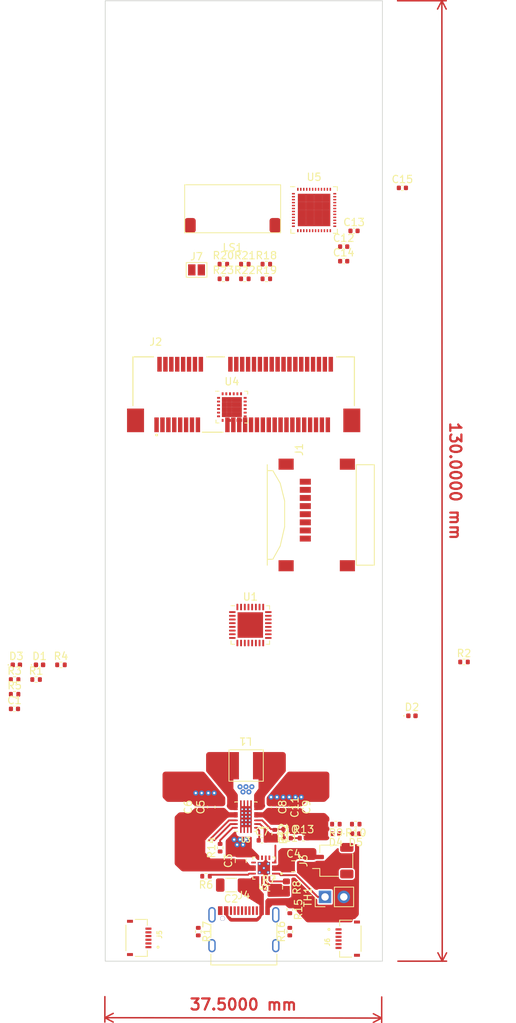
<source format=kicad_pcb>
(kicad_pcb (version 20211014) (generator pcbnew)
  (layers (0 "F.Cu" signal) (1 "In1.Cu" power) (2 "In2.Cu" power) (31 "B.Cu" signal) (35 "F.Paste" user) (36 "B.SilkS" user "B.Silkscreen") (37 "F.SilkS" user "F.Silkscreen") (38 "B.Mask" user) (39 "F.Mask" user) (44 "Edge.Cuts" user))
  (net 0 "")
  (net 1 "+3V3")
  (net 2 "GND")
  (net 3 "GNDPWR")
  (net 4 "Net-(C3-Pad1)")
  (net 5 "Net-(C4-Pad1)")
  (net 6 "Net-(C7-Pad1)")
  (net 7 "Net-(C10-Pad1)")
  (net 8 "Net-(C10-Pad2)")
  (net 9 "Net-(C12-Pad1)")
  (net 10 "Net-(C12-Pad2)")
  (net 11 "Net-(C13-Pad1)")
  (net 12 "Net-(C13-Pad2)")
  (net 13 "Net-(C14-Pad1)")
  (net 14 "Net-(C15-Pad1)")
  (net 15 "Net-(D1-Pad2)")
  (net 16 "Net-(D2-Pad2)")
  (net 17 "Net-(D3-Pad2)")
  (net 18 "/Power/CHG")
  (net 19 "Net-(D4-Pad2)")
  (net 20 "/Power/PG_BATT")
  (net 21 "Net-(D5-Pad2)")
  (net 23 "/~{CS_SD}")
  (net 24 "/MOSI_SD")
  (net 25 "/SCLK_SD")
  (net 26 "/MISO_SD")
  (net 36 "UART_RX")
  (net 38 "UART_TX")
  (net 44 "UART_CTS")
  (net 45 "UART_RTS")
  (net 47 "MIC_SCL")
  (net 48 "MIC_SDA")
  (net 53 "Net-(J2-Pad42)")
  (net 54 "Net-(J2-Pad44)")
  (net 55 "Net-(J2-Pad46)")
  (net 56 "SCLK")
  (net 58 "DAC_IN")
  (net 59 "ADC_OUT")
  (net 61 "+5V")
  (net 62 "Net-(J4-PadA5)")
  (net 63 "USB_D+")
  (net 64 "USB_D-")
  (net 66 "Net-(J4-PadB5)")
  (net 68 "Net-(J4-PadS1)")
  (net 69 "DBVDD")
  (net 70 "Net-(J5-Pad3)")
  (net 71 "Net-(J5-Pad4)")
  (net 73 "Net-(J6-Pad3)")
  (net 74 "Net-(J6-Pad4)")
  (net 76 "Net-(L1-Pad1)")
  (net 77 "Net-(L1-Pad2)")
  (net 78 "Net-(R2-Pad1)")
  (net 79 "Net-(R6-Pad1)")
  (net 80 "Net-(R7-Pad1)")
  (net 81 "Net-(R8-Pad1)")
  (net 82 "/Power/PG_PS")
  (net 83 "Net-(R18-Pad1)")
  (net 84 "Net-(R19-Pad1)")
  (net 85 "Net-(R20-Pad1)")
  (net 86 "Net-(R21-Pad1)")
  (net 87 "SDA_CODEC")
  (net 88 "SCL_CODEC")
  (net 89 "Net-(TH1-Pad1)")
  (net 92 "NRST")
  (net 102 "SWDIO")
  (net 103 "SWCLK")
  (net 104 "NRF_IRQ")
  (net 110 "/Power/CE")
  (net 127 "/keypad/SCL_GPIO")
  (net 128 "/keypad/SDA_GPIO")
  (net 130 "/keypad/RST_GPIO")
  (net 136 "GNDA")
  (footprint "Capacitor_SMD:C_0805_2012Metric" (layer "F.Cu") (at 132.3 138.15)
    (fp_text reference "C4")
    (fp_text value "4.7uF X5R")
  )
  (footprint "Capacitor_SMD:C_0402_1005Metric" (layer "F.Cu") (at 140.5 52.15)
    (fp_text reference "C13")
    (fp_text value "1uF")
  )
  (footprint "Resistor_SMD:R_0402_1005Metric" (layer "F.Cu") (at 125.71 56.65)
    (fp_text reference "R21")
    (fp_text value "1k")
  )
  (footprint "Resistor_SMD:R_0402_1005Metric" (layer "F.Cu") (at 138.0425 132.45 180)
    (fp_text reference "R9")
    (fp_text value "1.5k")
  )
  (footprint "Resistor_SMD:R_0402_1005Metric" (layer "F.Cu") (at 131.46 133.14 180)
    (fp_text reference "R11")
    (fp_text value "1M")
  )
  (footprint "JLCPCB:ALC5672-VB-CGT_QFN-48_EP_6x6_Pitch0.4mm" (layer "F.Cu") (at 135.09 49.32)
    (fp_text reference "U5")
    (fp_text value "ALC5672")
  )
  (footprint "Resistor_SMD:R_0402_1005Metric" (layer "F.Cu") (at 140.7325 132.45 180)
    (fp_text reference "R10")
    (fp_text value "1.5k")
  )
  (footprint "Capacitor_SMD:C_0402_1005Metric" (layer "F.Cu") (at 94.5 116.85)
    (fp_text reference "C1")
    (fp_text value "10uF")
  )
  (footprint "Resistor_SMD:R_0402_1005Metric" (layer "F.Cu") (at 128.95 141.13)
    (fp_text reference "R7")
    (fp_text value "46.4k")
  )
  (footprint "Resistor_SMD:R_0402_1005Metric" (layer "F.Cu") (at 94.52 114.87)
    (fp_text reference "R5")
    (fp_text value "470")
  )
  (footprint "Resistor_SMD:R_0402_1005Metric" (layer "F.Cu") (at 129.76 133.74 -90)
    (fp_text reference "R12")
    (fp_text value "180k")
  )
  (footprint "Resistor_SMD:R_0402_1005Metric" (layer "F.Cu") (at 97.43 112.88)
    (fp_text reference "R1")
    (fp_text value "10k")
  )
  (footprint "Capacitor_SMD:C_0805_2012Metric" (layer "F.Cu") (at 125.15 137.4 90)
    (fp_text reference "C3")
    (fp_text value "4.7uF X5R")
  )
  (footprint "Capacitor_SMD:C_1206_3216Metric" (layer "F.Cu") (at 123.85 140.7 180)
    (fp_text reference "C2")
    (fp_text value "1uF X5R")
  )
  (footprint "Resistor_SMD:R_0402_1005Metric" (layer "F.Cu") (at 122.36 135.64 90)
    (fp_text reference "R14")
    (fp_text value "1M")
  )
  (footprint "speakerpads:speakerpads" (layer "F.Cu") (at 124.055 54.905)
    (fp_text reference "LS1")
    (fp_text value "Earphone")
  )
  (footprint "Capacitor_SMD:C_0603_1608Metric" (layer "F.Cu") (at 119.46 130.14 90)
    (fp_text reference "C6")
    (fp_text value "10uF X5R")
  )
  (footprint "JLCPCB:IC_TPS63020DSJR" (layer "F.Cu") (at 125.86 131.44 180)
    (fp_text reference "U3")
    (fp_text value "TPS63020DSJR")
  )
  (footprint "Resistor_SMD:R_0402_1005Metric" (layer "F.Cu") (at 133.66 134.34)
    (fp_text reference "R13")
    (fp_text value "180k")
  )
  (footprint "JLCPCB:HRS_FH34SRJ-6S-0.5SH(50)" (layer "F.Cu") (at 139.65 147.95 90)
    (fp_text reference "J6")
    (fp_text value "FH34SRJ-6S-0.5SH(50)")
  )
  (footprint "Capacitor_SMD:C_0402_1005Metric" (layer "F.Cu") (at 139.1 56.25)
    (fp_text reference "C14")
    (fp_text value "1nF")
  )
  (footprint "Capacitor_SMD:C_0402_1005Metric" (layer "F.Cu") (at 129.66 130.14 -90)
    (fp_text reference "C8")
    (fp_text value "22uF X5R")
  )
  (footprint "Capacitor_SMD:C_0402_1005Metric" (layer "F.Cu") (at 128.06 134.64)
    (fp_text reference "C7")
    (fp_text value "100nF X5/7R")
  )
  (footprint "Resistor_SMD:R_0402_1005Metric" (layer "F.Cu") (at 131.8 144 -90)
    (fp_text reference "R15")
    (fp_text value "1M")
  )
  (footprint "Resistor_SMD:R_0402_1005Metric" (layer "F.Cu") (at 94.52 112.88)
    (fp_text reference "R3")
    (fp_text value "470")
  )
  (footprint "Resistor_SMD:R_0402_1005Metric" (layer "F.Cu") (at 119.4 147 -90)
    (fp_text reference "R17")
    (fp_text value "5.11k")
  )
  (footprint "LED_SMD:LED_0402_1005Metric" (layer "F.Cu") (at 140.7325 133.75 180)
    (fp_text reference "D5")
    (fp_text value "LED")
  )
  (footprint "Capacitor_SMD:C_0402_1005Metric" (layer "F.Cu") (at 131.46 134.34)
    (fp_text reference "C10")
    (fp_text value "4.7pF")
  )
  (footprint "Resistor_SMD:R_0402_1005Metric" (layer "F.Cu") (at 122.8 56.65)
    (fp_text reference "R20")
    (fp_text value "1k")
  )
  (footprint "Resistor_SMD:R_0402_1005Metric" (layer "F.Cu") (at 120.45 139.5 180)
    (fp_text reference "R6")
    (fp_text value "46.4k")
  )
  (footprint "Resistor_SMD:R_0402_1005Metric" (layer "F.Cu") (at 128.62 58.64)
    (fp_text reference "R19")
    (fp_text value "22")
  )
  (footprint "Connector_JST:JST_SH_SM02B-SRSS-TB_1x02-1MP_P1.00mm_Horizontal" (layer "F.Cu") (at 137.65 137.4 90)
    (fp_text reference "J3")
    (fp_text value "Battery")
  )
  (footprint "Resistor_SMD:R_0402_1005Metric" (layer "F.Cu") (at 122.8 58.64)
    (fp_text reference "R23")
    (fp_text value "10k")
  )
  (footprint "Connector_PinHeader_2.54mm:PinHeader_1x02_P2.54mm_Vertical" (layer "F.Cu") (at 136.575 142.3 90)
    (fp_text reference "TH1")
    (fp_text value "Thermistor_NTC")
  )
  (footprint "Capacitor_SMD:C_0402_1005Metric" (layer "F.Cu") (at 131.31 130.14 -90)
    (fp_text reference "C11")
    (fp_text value "22uF X5R")
  )
  (footprint "Package_DFN_QFN:QFN-32-1EP_5x5mm_P0.5mm_EP3.45x3.45mm" (layer "F.Cu") (at 126.45 105.5)
    (fp_text reference "U1")
    (fp_text value "STM32L432KCUx")
  )
  (footprint "JLCPCB:HRS_FH34SRJ-6S-0.5SH(50)" (layer "F.Cu") (at 111.4 147.85 -90)
    (fp_text reference "J5")
    (fp_text value "FH34SRJ-6S-0.5SH(50)")
  )
  (footprint "Jumper:SolderJumper-2_P1.3mm_Open_Pad1.0x1.5mm" (layer "F.Cu") (at 119.17 57.43)
    (fp_text reference "J7")
    (fp_text value "Conn_01x02_Female")
  )
  (footprint "JLCPCB:QFN-24_EP_4x4_Pitch0.5mm" (layer "F.Cu") (at 123.95 76)
    (fp_text reference "U4")
    (fp_text value "AW9523BTQR")
  )
  (footprint "Resistor_SMD:R_0402_1005Metric" (layer "F.Cu") (at 125.71 58.64)
    (fp_text reference "R22")
    (fp_text value "10k")
  )
  (footprint "Resistor_SMD:R_0402_1005Metric" (layer "F.Cu") (at 155.4 110.5)
    (fp_text reference "R2")
    (fp_text value "10k")
  )
  (footprint "JLCPCB:IC_BQ24072RGTT" (layer "F.Cu") (at 128.2875 138.4 180)
    (fp_text reference "U2")
    (fp_text value "BQ24072RGTT")
  )
  (footprint "Resistor_SMD:R_0603_1608Metric" (layer "F.Cu") (at 131.34 141.03 -90)
    (fp_text reference "R8")
    (fp_text value "910")
  )
  (footprint "JLCPCB:SOFNG_MC-311D" (layer "F.Cu") (at 125.58 146.67)
    (fp_text reference "J4")
    (fp_text value "USB_C_Receptacle_USB2.0")
  )
  (footprint "Resistor_SMD:R_0402_1005Metric" (layer "F.Cu") (at 131.8 147 90)
    (fp_text reference "R16")
    (fp_text value "5.11k")
  )
  (footprint "Capacitor_SMD:C_0402_1005Metric" (layer "F.Cu") (at 139.1 54.28)
    (fp_text reference "C12")
    (fp_text value "1uF")
  )
  (footprint "Capacitor_SMD:C_0402_1005Metric" (layer "F.Cu") (at 147.05 46.33)
    (fp_text reference "C15")
    (fp_text value "1nF")
  )
  (footprint "Resistor_SMD:R_0402_1005Metric" (layer "F.Cu") (at 128.62 56.65)
    (fp_text reference "R18")
    (fp_text value "22")
  )
  (footprint "Capacitor_SMD:C_0603_1608Metric" (layer "F.Cu") (at 121.16 130.14 90)
    (fp_text reference "C5")
    (fp_text value "10uF X5R")
  )
  (footprint "JLCPCB:MPIT4030" (layer "F.Cu") (at 125.86 124.54 180)
    (fp_text reference "L1")
    (fp_text value "1.5uH")
  )
  (footprint "LED_SMD:LED_0402_1005Metric" (layer "F.Cu") (at 138.0325 133.75 180)
    (fp_text reference "D4")
    (fp_text value "LED")
  )
  (footprint "LED_SMD:LED_0402_1005Metric" (layer "F.Cu") (at 148.345 117.79)
    (fp_text reference "D2")
    (fp_text value "LED")
  )
  (footprint "Capacitor_SMD:C_0402_1005Metric" (layer "F.Cu") (at 132.91 130.14 -90)
    (fp_text reference "C9")
    (fp_text value "22uF X5R")
  )
  (footprint "LED_SMD:LED_0402_1005Metric" (layer "F.Cu") (at 97.895 110.89)
    (fp_text reference "D1")
    (fp_text value "LED")
  )
  (footprint "JLCPCB:MOLEX_67910-5700" (layer "F.Cu") (at 123.75 74.3)
    (fp_text reference "J2")
    (fp_text value "Bus_PCI_Express_Mini")
  )
  (footprint "LED_SMD:LED_0402_1005Metric" (layer "F.Cu") (at 94.755 110.89)
    (fp_text reference "D3")
    (fp_text value "LED")
  )
  (footprint "Resistor_SMD:R_0402_1005Metric" (layer "F.Cu") (at 100.8 110.89)
    (fp_text reference "R4")
    (fp_text value "470")
  )
  (footprint "JLCPCB:MOLEX_47219-2001" (layer "F.Cu") (at 136 90.6 -90)
    (fp_text reference "J1")
    (fp_text value "47219-2001")
  )
  (gr_poly (pts (xy 144.35 151) (xy 106.8 151) (xy 106.8 21) (xy 144.35 21)) (layer "Edge.Cuts") (width 0.1) (fill none))
  (dimension (type aligned) (layer "F.Cu") (pts (xy 106.75 155.3) (xy 144.25 155.35)) (height 3.35) (gr_text "37.5000 mm" (at 125.497933 156.874999 359.9236057) (layer "F.Cu") (effects (font (size 1.5 1.5) (thickness 0.3)))) (format (units 3) (units_format 1) (precision 4)) (style (thickness 0.2) (arrow_length 1.27) (text_position_mode 0) (extension_height 0.58642) (extension_offset 0.5) keep_text_aligned))
  (dimension (type aligned) (layer "F.Cu") (pts (xy 145.95 151) (xy 145.9 21)) (height 6.499961) (gr_text "130.0000 mm" (at 154.224961 85.996808 -89.97796316) (layer "F.Cu") (effects (font (size 1.5 1.5) (thickness 0.3)))) (format (units 3) (units_format 1) (precision 4)) (style (thickness 0.2) (arrow_length 1.27) (text_position_mode 0) (extension_height 0.58642) (extension_offset 0.5) keep_text_aligned))
  (segment (start 129.57 134.25) (end 129.76 134.25) (width 0.25) (layer "F.Cu") (net 2))
  (segment (start 127.76 132.44) (end 129.57 134.25) (width 0.25) (layer "F.Cu") (net 2))
  (segment (start 127.26 132.44) (end 127.76 132.44) (width 0.25) (layer "F.Cu") (net 2))
  (via (at 120.76 128.24) (size 0.7) (drill 0.3) (layers "F.Cu" "B.Cu") (net 3))
  (via (at 133.36 128.79) (size 0.7) (drill 0.3) (layers "F.Cu" "B.Cu") (net 3))
  (via (at 129.26 128.79) (size 0.7) (drill 0.3) (layers "F.Cu" "B.Cu") (net 3))
  (via (at 130.06 128.79) (size 0.7) (drill 0.3) (layers "F.Cu" "B.Cu") (net 3))
  (via (at 125.86 134.54) (size 0.7) (drill 0.3) (layers "F.Cu" "B.Cu") (net 3))
  (via (at 130.91 128.79) (size 0.7) (drill 0.3) (layers "F.Cu" "B.Cu") (net 3))
  (via (at 126.66 127.39) (size 0.7) (drill 0.3) (layers "F.Cu" "B.Cu") (net 3))
  (via (at 125.46 135.24) (size 0.7) (drill 0.3) (layers "F.Cu" "B.Cu") (net 3))
  (via (at 125.46 128.09) (size 0.7) (drill 0.3) (layers "F.Cu" "B.Cu") (net 3))
  (via (at 132.56 128.79) (size 0.7) (drill 0.3) (layers "F.Cu" "B.Cu") (net 3))
  (via (at 124.66 135.24) (size 0.7) (drill 0.3) (layers "F.Cu" "B.Cu") (net 3))
  (via (at 131.71 128.79) (size 0.7) (drill 0.3) (layers "F.Cu" "B.Cu") (net 3))
  (via (at 126.26 128.09) (size 0.7) (drill 0.3) (layers "F.Cu" "B.Cu") (net 3))
  (via (at 119.86 128.24) (size 0.7) (drill 0.3) (layers "F.Cu" "B.Cu") (net 3))
  (via (at 121.56 128.24) (size 0.7) (drill 0.3) (layers "F.Cu" "B.Cu") (net 3))
  (via (at 125.86 127.39) (size 0.7) (drill 0.3) (layers "F.Cu" "B.Cu") (net 3))
  (via (at 125.06 127.39) (size 0.7) (drill 0.3) (layers "F.Cu" "B.Cu") (net 3))
  (via (at 119.06 128.24) (size 0.7) (drill 0.3) (layers "F.Cu" "B.Cu") (net 3))
  (via (at 125.06 134.54) (size 0.7) (drill 0.3) (layers "F.Cu" "B.Cu") (net 3))
  (via (at 124.26 134.54) (size 0.7) (drill 0.3) (layers "F.Cu" "B.Cu") (net 3))
  (segment (start 124.46 131.94) (end 123.56 131.94) (width 0.25) (layer "F.Cu") (net 6))
  (segment (start 127.66 133.34) (end 127.66 134.56) (width 0.25) (layer "F.Cu") (net 6))
  (segment (start 123.76 132.44) (end 121.56 134.64) (width 0.25) (layer "F.Cu") (net 6))
  (segment (start 124.46 132.44) (end 123.76 132.44) (width 0.25) (layer "F.Cu") (net 6))
  (segment (start 127.26 132.94) (end 127.66 133.34) (width 0.25) (layer "F.Cu") (net 6))
  (segment (start 123.56 131.94) (end 120.86 134.64) (width 0.25) (layer "F.Cu") (net 6))
  (segment (start 127.66 134.56) (end 127.58 134.64) (width 0.25) (layer "F.Cu") (net 6))
  (segment (start 127.26 131.94) (end 128.06 131.94) (width 0.25) (layer "F.Cu") (net 7))
  (segment (start 130.95 134.31) (end 130.98 134.34) (width 0.25) (layer "F.Cu") (net 7))
  (segment (start 129.26 133.14) (end 130.96 133.14) (width 0.25) (layer "F.Cu") (net 7))
  (segment (start 130.95 133.14) (end 130.95 134.31) (width 0.25) (layer "F.Cu") (net 7))
  (segment (start 128.06 131.94) (end 129.26 133.14) (width 0.25) (layer "F.Cu") (net 7))
  (segment (start 133.06 134.35) (end 131.95 134.35) (width 0.25) (layer "F.Cu") (net 8))
  (segment (start 131.95 134.35) (end 131.94 134.34) (width 0.25) (layer "F.Cu") (net 8))
  (segment (start 126.8875 139.15) (end 126.3 139.15) (width 0.25) (layer "F.Cu") (net 79))
  (segment (start 121.16 139.3) (end 120.96 139.5) (width 0.25) (layer "F.Cu") (net 79))
  (segment (start 126.15 139.3) (end 121.16 139.3) (width 0.25) (layer "F.Cu") (net 79))
  (segment (start 126.3 139.15) (end 126.15 139.3) (width 0.25) (layer "F.Cu") (net 79))
  (segment (start 128.0375 140.7275) (end 128.44 141.13) (width 0.25) (layer "F.Cu") (net 80))
  (segment (start 128.0375 139.8) (end 128.0375 140.7275) (width 0.25) (layer "F.Cu") (net 80))
  (segment (start 129.0375 140.0575) (end 129.185 140.205) (width 0.25) (layer "F.Cu") (net 81))
  (segment (start 129.185 140.205) (end 131.34 140.205) (width 0.25) (layer "F.Cu") (net 81))
  (segment (start 129.0375 139.8) (end 129.0375 140.0575) (width 0.25) (layer "F.Cu") (net 81))
  (segment (start 124.46 132.94) (end 124.06 132.94) (width 0.25) (layer "F.Cu") (net 82))
  (segment (start 122.36 134.64) (end 122.36 135.13) (width 0.25) (layer "F.Cu") (net 82))
  (segment (start 124.06 132.94) (end 122.36 134.64) (width 0.25) (layer "F.Cu") (net 82))
  (segment (start 130.34 139.15) (end 130.55 139.36) (width 0.25) (layer "F.Cu") (net 89))
  (segment (start 135.58 142.3) (end 136.575 142.3) (width 0.25) (layer "F.Cu") (net 89))
  (segment (start 129.6875 139.15) (end 130.34 139.15) (width 0.25) (layer "F.Cu") (net 89))
  (segment (start 132.64 139.36) (end 135.58 142.3) (width 0.25) (layer "F.Cu") (net 89))
  (segment (start 130.55 139.36) (end 132.64 139.36) (width 0.25) (layer "F.Cu") (net 89))
  (segment (start 129.85 137.4875) (end 129.85 135.35) (width 0.25) (layer "F.Cu") (net 110))
  (segment (start 129.6875 137.65) (end 129.85 137.4875) (width 0.25) (layer "F.Cu") (net 110))
  (zone (net 3) (net_name "GNDPWR") (layer "F.Cu") (connect_pads yes (clearance 0.254)) (min_thickness 0.254) (fill yes (thermal_gap 0.508) (thermal_bridge_width 0.508) (smoothing fillet) (radius 0.4))
    (polygon (pts (xy 127.3 127.65) (xy 126.65 128.5) (xy 126.65 135.7) (xy 127.65 136.7) (xy 127.65 137.3) (xy 127.4 137.3) (xy 127.1 136.95) (xy 123.11 136.96) (xy 123.11 134.64) (xy 124.31 133.44) (xy 125.06 133.44) (xy 125.06 128.5) (xy 124.4 127.6) (xy 124.4 126.81) (xy 127.3 126.8)))
  )
  (zone (net 2) (net_name "GND") (layer "F.Cu") (priority 1) (connect_pads yes (clearance 0.15)) (min_thickness 0.254) (fill yes (thermal_gap 0.508) (thermal_bridge_width 0.508) (smoothing fillet) (radius 0.2))
    (polygon (pts (xy 128.66 137.3) (xy 129.02 137.73) (xy 129.02 137.92) (xy 128.06 137.92) (xy 128.06 137.71) (xy 128.42 137.3) (xy 128.42 136.7) (xy 128.66 136.7)))
  )
  (zone (net 3) (net_name "GNDPWR") (layer "F.Cu") (connect_pads yes (clearance 0.1)) (min_thickness 0.254) (fill yes (thermal_gap 0.508) (thermal_bridge_width 0.508) (smoothing fillet) (radius 0.4))
    (polygon (pts (xy 136.3 143.35) (xy 137.55 143.35) (xy 137.55 141.35) (xy 135.25 141.35) (xy 132.7 138.95) (xy 132.7 137.4) (xy 136.5 137.4) (xy 138.8 135.15) (xy 141.2 135.15) (xy 141.15 144.75) (xy 140.2 145.75) (xy 134.1 145.75) (xy 132.35 143.85) (xy 131.65 143.85) (xy 131.2 143.45) (xy 129.45 143.45) (xy 129.1 143.8) (xy 129.1 144.75) (xy 128.45 144.75) (xy 128.45 142.8) (xy 128.9 142.35) (xy 132 142.35) (xy 132 139.65) (xy 132.55 139.65)))
  )
  (zone (net 61) (net_name "+5V") (layer "F.Cu") (priority 1) (connect_pads yes (clearance 0.15)) (min_thickness 0.254) (fill yes (thermal_gap 0.508) (thermal_bridge_width 0.508) (smoothing fillet) (radius 0.2))
    (polygon (pts (xy 128.28 141.87) (xy 128.28 144.27) (xy 127.68 144.27) (xy 127.68 143.4) (xy 124.75 141.55) (xy 124.75 139.8) (xy 126.5 139.8) (xy 126.8 139.5) (xy 127.66 139.5) (xy 127.66 141.2)))
  )
  (zone (net 4) (net_name "Net-(C3-Pad1)") (layer "F.Cu") (priority 1) (connect_pads yes (clearance 0.254)) (min_thickness 0.254) (fill yes (thermal_gap 0.508) (thermal_bridge_width 0.508) (smoothing fillet) (radius 0.4))
    (polygon (pts (xy 118.36 130.84) (xy 116.8 130.85) (xy 116.2 131.44) (xy 116.2 137.9) (xy 117.2 138.85) (xy 126.25 138.85) (xy 126.3 138.8) (xy 127.2 138.8) (xy 127.2 138) (xy 126.4 138) (xy 125.65 137.1) (xy 121.05 137.1) (xy 120.35 136.3) (xy 120.36 134.64) (xy 123.56 131.54) (xy 124.76 131.54) (xy 124.76 130.84) (xy 123.56 130.84) (xy 122.96 130.24) (xy 118.96 130.24)))
  )
  (zone (net 3) (net_name "GNDPWR") (layer "F.Cu") (priority 1) (connect_pads yes (clearance 0.254)) (min_thickness 0.254) (fill yes (thermal_gap 0.508) (thermal_bridge_width 0.508) (smoothing fillet) (radius 0.4))
    (polygon (pts (xy 137.16 128.84) (xy 136.56 129.44) (xy 134.01 129.44) (xy 133.36 130.09) (xy 128.66 130.04) (xy 128.66 128.84) (xy 131.56 125.34) (xy 137.16 125.34)))
  )
  (zone (net 2) (net_name "GND") (layer "F.Cu") (priority 1) (connect_pads yes (clearance 0.15)) (min_thickness 0.254) (fill yes (thermal_gap 0.508) (thermal_bridge_width 0.508) (smoothing fillet) (radius 0.2))
    (polygon (pts (xy 128.42 139.5) (xy 128.06 139.07) (xy 128.06 138.88) (xy 129.02 138.88) (xy 129.02 139.09) (xy 128.66 139.5) (xy 128.66 140.1) (xy 128.42 140.1)))
  )
  (zone (net 3) (net_name "GNDPWR") (layer "F.Cu") (priority 1) (connect_pads yes (clearance 0.254)) (min_thickness 0.254) (fill yes (thermal_gap 0.508) (thermal_bridge_width 0.508) (smoothing fillet) (radius 0.4))
    (polygon (pts (xy 114.56 128.84) (xy 115.16 129.44) (xy 118.36 129.44) (xy 118.96 130.04) (xy 123.06 130.04) (xy 123.06 128.84) (xy 120.16 125.34) (xy 114.56 125.34)))
  )
  (zone (net 1) (net_name "+3V3") (layer "F.Cu") (priority 1) (connect_pads yes (clearance 0.254)) (min_thickness 0.254) (fill yes (thermal_gap 0.508) (thermal_bridge_width 0.508) (smoothing fillet) (radius 0.4))
    (polygon (pts (xy 134.06 130.94) (xy 136.56 130.94) (xy 137.16 131.54) (xy 137.16 134.64) (xy 133.56 134.64) (xy 133.56 133.84) (xy 131.66 133.84) (xy 131.66 132.94) (xy 131.26 132.54) (xy 129.16 132.54) (xy 128.16 131.54) (xy 126.96 131.54) (xy 126.96 130.84) (xy 128.16 130.84) (xy 128.76 130.24) (xy 133.36 130.29)))
  )
  (zone (net 77) (net_name "Net-(L1-Pad2)") (layer "F.Cu") (connect_pads yes (clearance 0.254)) (min_thickness 0.254) (fill yes (thermal_gap 0.508) (thermal_bridge_width 0.508) (smoothing fillet) (radius 0.4))
    (polygon (pts (xy 127.56 127.64) (xy 126.96 128.44) (xy 126.96 130.54) (xy 128.06 130.54) (xy 128.46 130.14) (xy 128.46 128.74) (xy 131.26 125.34) (xy 131.26 122.69) (xy 127.56 122.69)))
  )
  (zone (net 5) (net_name "Net-(C4-Pad1)") (layer "F.Cu") (priority 1) (connect_pads yes (clearance 0.254)) (min_thickness 0.254) (fill yes (thermal_gap 0.508) (thermal_bridge_width 0.508) (smoothing fillet) (radius 0.4))
    (polygon (pts (xy 130.01 138.77) (xy 129.39 138.77) (xy 129.39 138.03) (xy 129.88 138.03) (xy 130.2 137.72) (xy 130.2 136.11) (xy 130.65 135.69) (xy 135.4 135.69) (xy 135.4 137.3) (xy 132.65 137.3) (xy 132.65 138.78) (xy 132.39 139.04) (xy 130.23 139.04)))
  )
  (zone (net 61) (net_name "+5V") (layer "F.Cu") (connect_pads yes (clearance 0.1)) (min_thickness 0.254) (fill yes (thermal_gap 0.508) (thermal_bridge_width 0.508) (smoothing fillet) (radius 0.4))
    (polygon (pts (xy 123.5 144.7) (xy 123.9 145.15) (xy 127.3 145.15) (xy 127.7 144.75) (xy 127.7 143.55) (xy 128.3 143.55) (xy 128.3 144.75) (xy 127.45 145.65) (xy 123.7 145.65) (xy 122.9 144.7) (xy 122.9 143.55) (xy 123.5 143.55)))
  )
  (zone (net 76) (net_name "Net-(L1-Pad1)") (layer "F.Cu") (connect_pads yes (clearance 0.254)) (min_thickness 0.254) (fill yes (thermal_gap 0.508) (thermal_bridge_width 0.508) (smoothing fillet) (radius 0.4))
    (polygon (pts (xy 124.16 127.64) (xy 124.76 128.44) (xy 124.76 130.54) (xy 123.66 130.54) (xy 123.26 130.14) (xy 123.26 128.74) (xy 120.46 125.34) (xy 120.46 122.69) (xy 124.16 122.69)))
  )
  (zone (net 2) (net_name "GND") (layer "F.Cu") (priority 1) (connect_pads yes (clearance 0.15)) (min_thickness 0.254) (fill yes (thermal_gap 0.508) (thermal_bridge_width 0.508) (smoothing fillet) (radius 0.2))
    (polygon (pts (xy 128.66 140.09) (xy 129.299784 140.456001) (xy 131.799784 140.446001) (xy 131.8 142.25) (xy 128.78 142.3) (xy 128.78 140.74) (xy 128.42 140.74) (xy 128.42 139.5) (xy 128.66 139.5)))
  )
  (zone (net 2) (net_name "GND") (layer "F.Cu") (priority 1) (connect_pads yes (clearance 0.254)) (min_thickness 0.254) (fill yes (thermal_gap 0.508) (thermal_bridge_width 0.508))
    (polygon (pts (xy 129.06 133.64) (xy 130.26 133.64) (xy 130.26 134.94) (xy 128.26 134.94) (xy 128.26 132.84)))
  )
)
</source>
